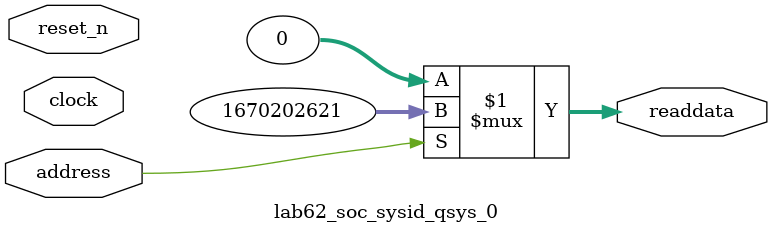
<source format=v>



// synthesis translate_off
`timescale 1ns / 1ps
// synthesis translate_on

// turn off superfluous verilog processor warnings 
// altera message_level Level1 
// altera message_off 10034 10035 10036 10037 10230 10240 10030 

module lab62_soc_sysid_qsys_0 (
               // inputs:
                address,
                clock,
                reset_n,

               // outputs:
                readdata
             )
;

  output  [ 31: 0] readdata;
  input            address;
  input            clock;
  input            reset_n;

  wire    [ 31: 0] readdata;
  //control_slave, which is an e_avalon_slave
  assign readdata = address ? 1670202621 : 0;

endmodule



</source>
